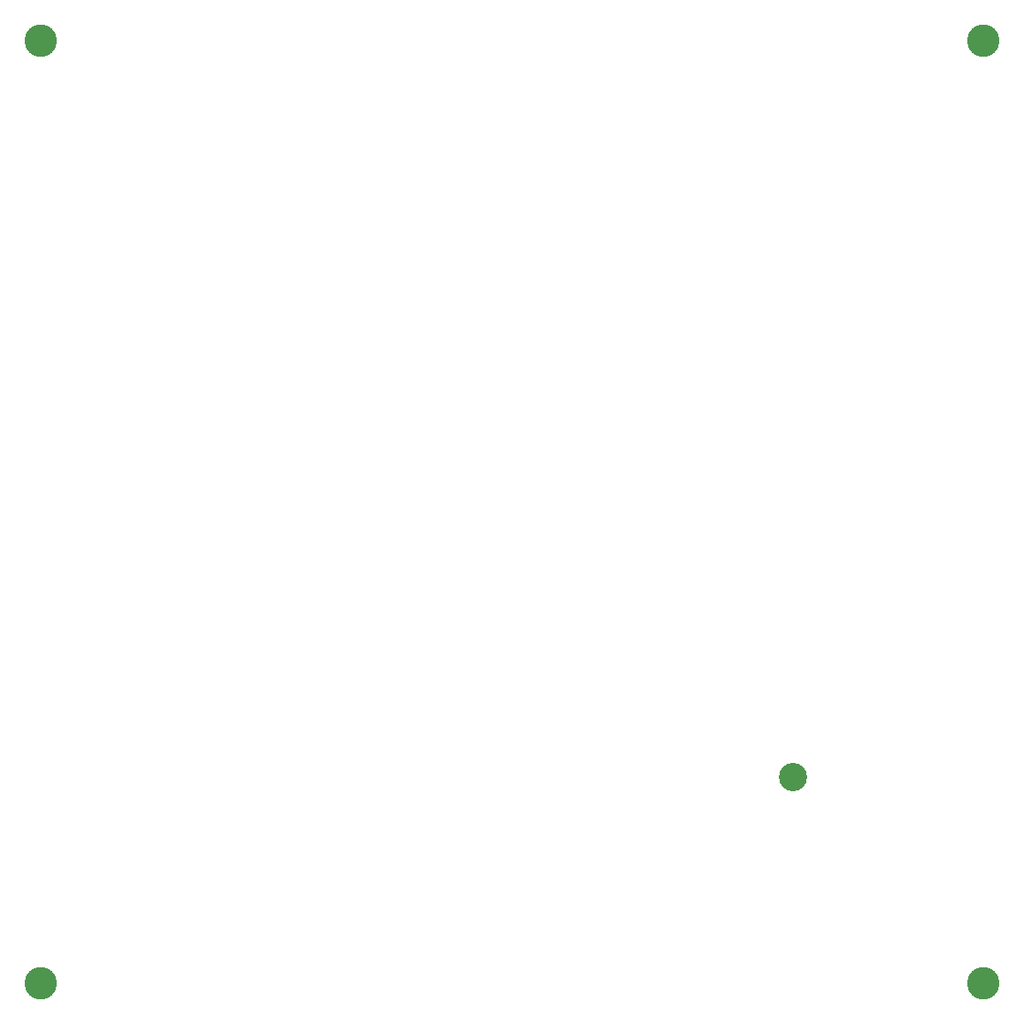
<source format=gbr>
%TF.GenerationSoftware,KiCad,Pcbnew,7.0.7-7.0.7~ubuntu22.04.1*%
%TF.CreationDate,2023-09-24T13:34:39+02:00*%
%TF.ProjectId,Regbot,52656762-6f74-42e6-9b69-6361645f7063,v5.0*%
%TF.SameCoordinates,Original*%
%TF.FileFunction,NonPlated,1,2,NPTH,Drill*%
%TF.FilePolarity,Positive*%
%FSLAX46Y46*%
G04 Gerber Fmt 4.6, Leading zero omitted, Abs format (unit mm)*
G04 Created by KiCad (PCBNEW 7.0.7-7.0.7~ubuntu22.04.1) date 2023-09-24 13:34:39*
%MOMM*%
%LPD*%
G01*
G04 APERTURE LIST*
%TA.AperFunction,ComponentDrill*%
%ADD10C,2.700000*%
%TD*%
%TA.AperFunction,ComponentDrill*%
%ADD11C,3.100000*%
%TD*%
G04 APERTURE END LIST*
D10*
%TO.C,display*%
X175404512Y-130370956D03*
D11*
%TO.C,@HOLE3*%
X103416100Y-59918600D03*
%TO.C,@HOLE0*%
X103416100Y-150088600D03*
%TO.C,@HOLE2*%
X193586100Y-59918600D03*
%TO.C,@HOLE1*%
X193586100Y-150088600D03*
M02*

</source>
